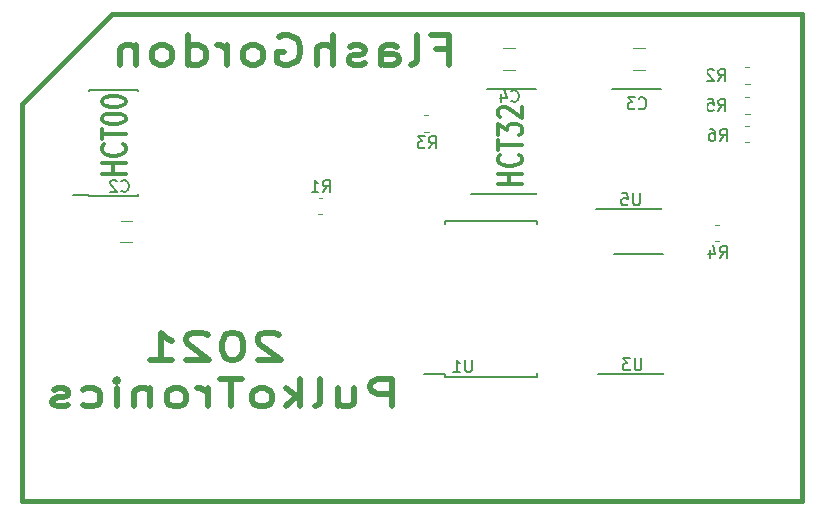
<source format=gbo>
G04 #@! TF.GenerationSoftware,KiCad,Pcbnew,5.0.2+dfsg1-1*
G04 #@! TF.CreationDate,2021-01-23T15:11:15+01:00*
G04 #@! TF.ProjectId,ramcard,72616d63-6172-4642-9e6b-696361645f70,2021*
G04 #@! TF.SameCoordinates,Original*
G04 #@! TF.FileFunction,Legend,Bot*
G04 #@! TF.FilePolarity,Positive*
%FSLAX46Y46*%
G04 Gerber Fmt 4.6, Leading zero omitted, Abs format (unit mm)*
G04 Created by KiCad (PCBNEW 5.0.2+dfsg1-1) date sam. 23 janv. 2021 15:11:15 CET*
%MOMM*%
%LPD*%
G01*
G04 APERTURE LIST*
%ADD10C,0.381000*%
%ADD11C,0.304800*%
%ADD12C,0.508000*%
%ADD13C,0.499745*%
%ADD14C,0.120000*%
%ADD15C,0.150000*%
%ADD16R,2.108000X2.108000*%
%ADD17O,2.108000X2.108000*%
%ADD18C,1.483000*%
%ADD19C,2.108000*%
%ADD20R,2.458000X1.108000*%
%ADD21R,2.008000X1.108000*%
%ADD22R,2.235200X2.235200*%
%ADD23O,2.235200X2.235200*%
%ADD24C,1.933000*%
%ADD25R,2.308000X2.308000*%
%ADD26C,2.308000*%
%ADD27O,2.308000X2.308000*%
G04 APERTURE END LIST*
D10*
X45593000Y-33782000D02*
X53213000Y-26162000D01*
X53213000Y-26162000D02*
X111633000Y-26162000D01*
D11*
X54386238Y-39678428D02*
X52354238Y-39678428D01*
X53321857Y-39678428D02*
X53321857Y-38807571D01*
X54386238Y-38807571D02*
X52354238Y-38807571D01*
X54192714Y-37211000D02*
X54289476Y-37283571D01*
X54386238Y-37501285D01*
X54386238Y-37646428D01*
X54289476Y-37864142D01*
X54095952Y-38009285D01*
X53902428Y-38081857D01*
X53515380Y-38154428D01*
X53225095Y-38154428D01*
X52838047Y-38081857D01*
X52644523Y-38009285D01*
X52451000Y-37864142D01*
X52354238Y-37646428D01*
X52354238Y-37501285D01*
X52451000Y-37283571D01*
X52547761Y-37211000D01*
X52354238Y-36775571D02*
X52354238Y-35904714D01*
X54386238Y-36340142D02*
X52354238Y-36340142D01*
X52354238Y-35106428D02*
X52354238Y-34961285D01*
X52451000Y-34816142D01*
X52547761Y-34743571D01*
X52741285Y-34671000D01*
X53128333Y-34598428D01*
X53612142Y-34598428D01*
X53999190Y-34671000D01*
X54192714Y-34743571D01*
X54289476Y-34816142D01*
X54386238Y-34961285D01*
X54386238Y-35106428D01*
X54289476Y-35251571D01*
X54192714Y-35324142D01*
X53999190Y-35396714D01*
X53612142Y-35469285D01*
X53128333Y-35469285D01*
X52741285Y-35396714D01*
X52547761Y-35324142D01*
X52451000Y-35251571D01*
X52354238Y-35106428D01*
X52354238Y-33655000D02*
X52354238Y-33509857D01*
X52451000Y-33364714D01*
X52547761Y-33292142D01*
X52741285Y-33219571D01*
X53128333Y-33147000D01*
X53612142Y-33147000D01*
X53999190Y-33219571D01*
X54192714Y-33292142D01*
X54289476Y-33364714D01*
X54386238Y-33509857D01*
X54386238Y-33655000D01*
X54289476Y-33800142D01*
X54192714Y-33872714D01*
X53999190Y-33945285D01*
X53612142Y-34017857D01*
X53128333Y-34017857D01*
X52741285Y-33945285D01*
X52547761Y-33872714D01*
X52451000Y-33800142D01*
X52354238Y-33655000D01*
X87914238Y-40567428D02*
X85882238Y-40567428D01*
X86849857Y-40567428D02*
X86849857Y-39696571D01*
X87914238Y-39696571D02*
X85882238Y-39696571D01*
X87720714Y-38100000D02*
X87817476Y-38172571D01*
X87914238Y-38390285D01*
X87914238Y-38535428D01*
X87817476Y-38753142D01*
X87623952Y-38898285D01*
X87430428Y-38970857D01*
X87043380Y-39043428D01*
X86753095Y-39043428D01*
X86366047Y-38970857D01*
X86172523Y-38898285D01*
X85979000Y-38753142D01*
X85882238Y-38535428D01*
X85882238Y-38390285D01*
X85979000Y-38172571D01*
X86075761Y-38100000D01*
X85882238Y-37664571D02*
X85882238Y-36793714D01*
X87914238Y-37229142D02*
X85882238Y-37229142D01*
X85882238Y-36430857D02*
X85882238Y-35487428D01*
X86656333Y-35995428D01*
X86656333Y-35777714D01*
X86753095Y-35632571D01*
X86849857Y-35560000D01*
X87043380Y-35487428D01*
X87527190Y-35487428D01*
X87720714Y-35560000D01*
X87817476Y-35632571D01*
X87914238Y-35777714D01*
X87914238Y-36213142D01*
X87817476Y-36358285D01*
X87720714Y-36430857D01*
X86075761Y-34906857D02*
X85979000Y-34834285D01*
X85882238Y-34689142D01*
X85882238Y-34326285D01*
X85979000Y-34181142D01*
X86075761Y-34108571D01*
X86269285Y-34036000D01*
X86462809Y-34036000D01*
X86753095Y-34108571D01*
X87914238Y-34979428D01*
X87914238Y-34036000D01*
D10*
X45593000Y-33782000D02*
X45593000Y-67437000D01*
X45593000Y-67437000D02*
X111633000Y-67437000D01*
X111633000Y-67437000D02*
X111633000Y-26162000D01*
D12*
X67366847Y-53385357D02*
X67215657Y-53276500D01*
X66913276Y-53167642D01*
X66157323Y-53167642D01*
X65854942Y-53276500D01*
X65703752Y-53385357D01*
X65552561Y-53603071D01*
X65552561Y-53820785D01*
X65703752Y-54147357D01*
X67518038Y-55453642D01*
X65552561Y-55453642D01*
X63587085Y-53167642D02*
X63284704Y-53167642D01*
X62982323Y-53276500D01*
X62831133Y-53385357D01*
X62679942Y-53603071D01*
X62528752Y-54038500D01*
X62528752Y-54582785D01*
X62679942Y-55018214D01*
X62831133Y-55235928D01*
X62982323Y-55344785D01*
X63284704Y-55453642D01*
X63587085Y-55453642D01*
X63889466Y-55344785D01*
X64040657Y-55235928D01*
X64191847Y-55018214D01*
X64343038Y-54582785D01*
X64343038Y-54038500D01*
X64191847Y-53603071D01*
X64040657Y-53385357D01*
X63889466Y-53276500D01*
X63587085Y-53167642D01*
X61319228Y-53385357D02*
X61168038Y-53276500D01*
X60865657Y-53167642D01*
X60109704Y-53167642D01*
X59807323Y-53276500D01*
X59656133Y-53385357D01*
X59504942Y-53603071D01*
X59504942Y-53820785D01*
X59656133Y-54147357D01*
X61470419Y-55453642D01*
X59504942Y-55453642D01*
X56481133Y-55453642D02*
X58295419Y-55453642D01*
X57388276Y-55453642D02*
X57388276Y-53167642D01*
X57690657Y-53494214D01*
X57993038Y-53711928D01*
X58295419Y-53820785D01*
X76891847Y-59390642D02*
X76891847Y-57104642D01*
X75682323Y-57104642D01*
X75379942Y-57213500D01*
X75228752Y-57322357D01*
X75077561Y-57540071D01*
X75077561Y-57866642D01*
X75228752Y-58084357D01*
X75379942Y-58193214D01*
X75682323Y-58302071D01*
X76891847Y-58302071D01*
X72356133Y-57866642D02*
X72356133Y-59390642D01*
X73716847Y-57866642D02*
X73716847Y-59064071D01*
X73565657Y-59281785D01*
X73263276Y-59390642D01*
X72809704Y-59390642D01*
X72507323Y-59281785D01*
X72356133Y-59172928D01*
X70390657Y-59390642D02*
X70693038Y-59281785D01*
X70844228Y-59064071D01*
X70844228Y-57104642D01*
X69181133Y-59390642D02*
X69181133Y-57104642D01*
X68878752Y-58519785D02*
X67971609Y-59390642D01*
X67971609Y-57866642D02*
X69181133Y-58737500D01*
X66157323Y-59390642D02*
X66459704Y-59281785D01*
X66610895Y-59172928D01*
X66762085Y-58955214D01*
X66762085Y-58302071D01*
X66610895Y-58084357D01*
X66459704Y-57975500D01*
X66157323Y-57866642D01*
X65703752Y-57866642D01*
X65401371Y-57975500D01*
X65250180Y-58084357D01*
X65098990Y-58302071D01*
X65098990Y-58955214D01*
X65250180Y-59172928D01*
X65401371Y-59281785D01*
X65703752Y-59390642D01*
X66157323Y-59390642D01*
X64191847Y-57104642D02*
X62377561Y-57104642D01*
X63284704Y-59390642D02*
X63284704Y-57104642D01*
X61319228Y-59390642D02*
X61319228Y-57866642D01*
X61319228Y-58302071D02*
X61168038Y-58084357D01*
X61016847Y-57975500D01*
X60714466Y-57866642D01*
X60412085Y-57866642D01*
X58900180Y-59390642D02*
X59202561Y-59281785D01*
X59353752Y-59172928D01*
X59504942Y-58955214D01*
X59504942Y-58302071D01*
X59353752Y-58084357D01*
X59202561Y-57975500D01*
X58900180Y-57866642D01*
X58446609Y-57866642D01*
X58144228Y-57975500D01*
X57993038Y-58084357D01*
X57841847Y-58302071D01*
X57841847Y-58955214D01*
X57993038Y-59172928D01*
X58144228Y-59281785D01*
X58446609Y-59390642D01*
X58900180Y-59390642D01*
X56481133Y-57866642D02*
X56481133Y-59390642D01*
X56481133Y-58084357D02*
X56329942Y-57975500D01*
X56027561Y-57866642D01*
X55573990Y-57866642D01*
X55271609Y-57975500D01*
X55120419Y-58193214D01*
X55120419Y-59390642D01*
X53608514Y-59390642D02*
X53608514Y-57866642D01*
X53608514Y-57104642D02*
X53759704Y-57213500D01*
X53608514Y-57322357D01*
X53457323Y-57213500D01*
X53608514Y-57104642D01*
X53608514Y-57322357D01*
X50735895Y-59281785D02*
X51038276Y-59390642D01*
X51643038Y-59390642D01*
X51945419Y-59281785D01*
X52096609Y-59172928D01*
X52247800Y-58955214D01*
X52247800Y-58302071D01*
X52096609Y-58084357D01*
X51945419Y-57975500D01*
X51643038Y-57866642D01*
X51038276Y-57866642D01*
X50735895Y-57975500D01*
X49526371Y-59281785D02*
X49223990Y-59390642D01*
X48619228Y-59390642D01*
X48316847Y-59281785D01*
X48165657Y-59064071D01*
X48165657Y-58955214D01*
X48316847Y-58737500D01*
X48619228Y-58628642D01*
X49072800Y-58628642D01*
X49375180Y-58519785D01*
X49526371Y-58302071D01*
X49526371Y-58193214D01*
X49375180Y-57975500D01*
X49072800Y-57866642D01*
X48619228Y-57866642D01*
X48316847Y-57975500D01*
D13*
X80669190Y-29158474D02*
X81727523Y-29158474D01*
X81727523Y-30467662D02*
X81727523Y-27968302D01*
X80215619Y-27968302D01*
X78552523Y-30467662D02*
X78854904Y-30348645D01*
X79006095Y-30110611D01*
X79006095Y-27968302D01*
X75982285Y-30467662D02*
X75982285Y-29158474D01*
X76133476Y-28920440D01*
X76435857Y-28801422D01*
X77040619Y-28801422D01*
X77343000Y-28920440D01*
X75982285Y-30348645D02*
X76284666Y-30467662D01*
X77040619Y-30467662D01*
X77343000Y-30348645D01*
X77494190Y-30110611D01*
X77494190Y-29872577D01*
X77343000Y-29634542D01*
X77040619Y-29515525D01*
X76284666Y-29515525D01*
X75982285Y-29396508D01*
X74621571Y-30348645D02*
X74319190Y-30467662D01*
X73714428Y-30467662D01*
X73412047Y-30348645D01*
X73260857Y-30110611D01*
X73260857Y-29991594D01*
X73412047Y-29753560D01*
X73714428Y-29634542D01*
X74168000Y-29634542D01*
X74470380Y-29515525D01*
X74621571Y-29277491D01*
X74621571Y-29158474D01*
X74470380Y-28920440D01*
X74168000Y-28801422D01*
X73714428Y-28801422D01*
X73412047Y-28920440D01*
X71900142Y-30467662D02*
X71900142Y-27968302D01*
X70539428Y-30467662D02*
X70539428Y-29158474D01*
X70690619Y-28920440D01*
X70993000Y-28801422D01*
X71446571Y-28801422D01*
X71748952Y-28920440D01*
X71900142Y-29039457D01*
X67364428Y-28087320D02*
X67666809Y-27968302D01*
X68120380Y-27968302D01*
X68573952Y-28087320D01*
X68876333Y-28325354D01*
X69027523Y-28563388D01*
X69178714Y-29039457D01*
X69178714Y-29396508D01*
X69027523Y-29872577D01*
X68876333Y-30110611D01*
X68573952Y-30348645D01*
X68120380Y-30467662D01*
X67818000Y-30467662D01*
X67364428Y-30348645D01*
X67213238Y-30229628D01*
X67213238Y-29396508D01*
X67818000Y-29396508D01*
X65398952Y-30467662D02*
X65701333Y-30348645D01*
X65852523Y-30229628D01*
X66003714Y-29991594D01*
X66003714Y-29277491D01*
X65852523Y-29039457D01*
X65701333Y-28920440D01*
X65398952Y-28801422D01*
X64945380Y-28801422D01*
X64643000Y-28920440D01*
X64491809Y-29039457D01*
X64340619Y-29277491D01*
X64340619Y-29991594D01*
X64491809Y-30229628D01*
X64643000Y-30348645D01*
X64945380Y-30467662D01*
X65398952Y-30467662D01*
X62979904Y-30467662D02*
X62979904Y-28801422D01*
X62979904Y-29277491D02*
X62828714Y-29039457D01*
X62677523Y-28920440D01*
X62375142Y-28801422D01*
X62072761Y-28801422D01*
X59653714Y-30467662D02*
X59653714Y-27968302D01*
X59653714Y-30348645D02*
X59956095Y-30467662D01*
X60560857Y-30467662D01*
X60863238Y-30348645D01*
X61014428Y-30229628D01*
X61165619Y-29991594D01*
X61165619Y-29277491D01*
X61014428Y-29039457D01*
X60863238Y-28920440D01*
X60560857Y-28801422D01*
X59956095Y-28801422D01*
X59653714Y-28920440D01*
X57688238Y-30467662D02*
X57990619Y-30348645D01*
X58141809Y-30229628D01*
X58293000Y-29991594D01*
X58293000Y-29277491D01*
X58141809Y-29039457D01*
X57990619Y-28920440D01*
X57688238Y-28801422D01*
X57234666Y-28801422D01*
X56932285Y-28920440D01*
X56781095Y-29039457D01*
X56629904Y-29277491D01*
X56629904Y-29991594D01*
X56781095Y-30229628D01*
X56932285Y-30348645D01*
X57234666Y-30467662D01*
X57688238Y-30467662D01*
X55269190Y-28801422D02*
X55269190Y-30467662D01*
X55269190Y-29039457D02*
X55118000Y-28920440D01*
X54815619Y-28801422D01*
X54362047Y-28801422D01*
X54059666Y-28920440D01*
X53908476Y-29158474D01*
X53908476Y-30467662D01*
D14*
G04 #@! TO.C,R5*
X107319578Y-33199000D02*
X106802422Y-33199000D01*
X107319578Y-34619000D02*
X106802422Y-34619000D01*
G04 #@! TO.C,R6*
X107319578Y-35612000D02*
X106802422Y-35612000D01*
X107319578Y-37032000D02*
X106802422Y-37032000D01*
G04 #@! TO.C,R2*
X107319578Y-32079000D02*
X106802422Y-32079000D01*
X107319578Y-30659000D02*
X106802422Y-30659000D01*
G04 #@! TO.C,R1*
X71173078Y-43128000D02*
X70655922Y-43128000D01*
X71173078Y-41708000D02*
X70655922Y-41708000D01*
G04 #@! TO.C,R4*
X104262422Y-43994000D02*
X104779578Y-43994000D01*
X104262422Y-45414000D02*
X104779578Y-45414000D01*
G04 #@! TO.C,R3*
X79624422Y-36143000D02*
X80141578Y-36143000D01*
X79624422Y-34723000D02*
X80141578Y-34723000D01*
D15*
G04 #@! TO.C,U1*
X81418000Y-56867000D02*
X81418000Y-56617000D01*
X89168000Y-56867000D02*
X89168000Y-56532000D01*
X89168000Y-43717000D02*
X89168000Y-44052000D01*
X81418000Y-43717000D02*
X81418000Y-44052000D01*
X81418000Y-56867000D02*
X89168000Y-56867000D01*
X81418000Y-43717000D02*
X89168000Y-43717000D01*
X81418000Y-56617000D02*
X79618000Y-56617000D01*
G04 #@! TO.C,U2*
X84953000Y-41407000D02*
X84953000Y-41382000D01*
X89103000Y-41407000D02*
X89103000Y-41292000D01*
X89103000Y-32507000D02*
X89103000Y-32622000D01*
X84953000Y-32507000D02*
X84953000Y-32622000D01*
X84953000Y-41407000D02*
X89103000Y-41407000D01*
X84953000Y-32507000D02*
X89103000Y-32507000D01*
X84953000Y-41382000D02*
X83578000Y-41382000D01*
G04 #@! TO.C,U4*
X51298000Y-41509000D02*
X49923000Y-41509000D01*
X51298000Y-32634000D02*
X55448000Y-32634000D01*
X51298000Y-41534000D02*
X55448000Y-41534000D01*
X51298000Y-32634000D02*
X51298000Y-32749000D01*
X55448000Y-32634000D02*
X55448000Y-32749000D01*
X55448000Y-41534000D02*
X55448000Y-41419000D01*
X51298000Y-41534000D02*
X51298000Y-41509000D01*
G04 #@! TO.C,U5*
X95588000Y-42642000D02*
X94213000Y-42642000D01*
X95588000Y-32517000D02*
X99738000Y-32517000D01*
X95588000Y-42667000D02*
X99738000Y-42667000D01*
X95588000Y-32517000D02*
X95588000Y-32622000D01*
X99738000Y-32517000D02*
X99738000Y-32622000D01*
X99738000Y-42667000D02*
X99738000Y-42562000D01*
X95588000Y-42667000D02*
X95588000Y-42642000D01*
D14*
G04 #@! TO.C,C2*
X55085064Y-43667000D02*
X53880936Y-43667000D01*
X55085064Y-45487000D02*
X53880936Y-45487000D01*
G04 #@! TO.C,C4*
X87470064Y-29062000D02*
X86265936Y-29062000D01*
X87470064Y-30882000D02*
X86265936Y-30882000D01*
G04 #@! TO.C,C3*
X98482564Y-30882000D02*
X97278436Y-30882000D01*
X98482564Y-29062000D02*
X97278436Y-29062000D01*
D15*
G04 #@! TO.C,U3*
X95748000Y-56637000D02*
X95748000Y-56612000D01*
X99898000Y-56637000D02*
X99898000Y-56532000D01*
X99898000Y-46487000D02*
X99898000Y-46592000D01*
X95748000Y-46487000D02*
X95748000Y-46592000D01*
X95748000Y-56637000D02*
X99898000Y-56637000D01*
X95748000Y-46487000D02*
X99898000Y-46487000D01*
X95748000Y-56612000D02*
X94373000Y-56612000D01*
G04 #@! TD*
G04 #@! TO.C,R5*
X104560666Y-34361380D02*
X104894000Y-33885190D01*
X105132095Y-34361380D02*
X105132095Y-33361380D01*
X104751142Y-33361380D01*
X104655904Y-33409000D01*
X104608285Y-33456619D01*
X104560666Y-33551857D01*
X104560666Y-33694714D01*
X104608285Y-33789952D01*
X104655904Y-33837571D01*
X104751142Y-33885190D01*
X105132095Y-33885190D01*
X103655904Y-33361380D02*
X104132095Y-33361380D01*
X104179714Y-33837571D01*
X104132095Y-33789952D01*
X104036857Y-33742333D01*
X103798761Y-33742333D01*
X103703523Y-33789952D01*
X103655904Y-33837571D01*
X103608285Y-33932809D01*
X103608285Y-34170904D01*
X103655904Y-34266142D01*
X103703523Y-34313761D01*
X103798761Y-34361380D01*
X104036857Y-34361380D01*
X104132095Y-34313761D01*
X104179714Y-34266142D01*
G04 #@! TO.C,R6*
X104687666Y-36901380D02*
X105021000Y-36425190D01*
X105259095Y-36901380D02*
X105259095Y-35901380D01*
X104878142Y-35901380D01*
X104782904Y-35949000D01*
X104735285Y-35996619D01*
X104687666Y-36091857D01*
X104687666Y-36234714D01*
X104735285Y-36329952D01*
X104782904Y-36377571D01*
X104878142Y-36425190D01*
X105259095Y-36425190D01*
X103830523Y-35901380D02*
X104021000Y-35901380D01*
X104116238Y-35949000D01*
X104163857Y-35996619D01*
X104259095Y-36139476D01*
X104306714Y-36329952D01*
X104306714Y-36710904D01*
X104259095Y-36806142D01*
X104211476Y-36853761D01*
X104116238Y-36901380D01*
X103925761Y-36901380D01*
X103830523Y-36853761D01*
X103782904Y-36806142D01*
X103735285Y-36710904D01*
X103735285Y-36472809D01*
X103782904Y-36377571D01*
X103830523Y-36329952D01*
X103925761Y-36282333D01*
X104116238Y-36282333D01*
X104211476Y-36329952D01*
X104259095Y-36377571D01*
X104306714Y-36472809D01*
G04 #@! TO.C,R2*
X104560666Y-31821380D02*
X104894000Y-31345190D01*
X105132095Y-31821380D02*
X105132095Y-30821380D01*
X104751142Y-30821380D01*
X104655904Y-30869000D01*
X104608285Y-30916619D01*
X104560666Y-31011857D01*
X104560666Y-31154714D01*
X104608285Y-31249952D01*
X104655904Y-31297571D01*
X104751142Y-31345190D01*
X105132095Y-31345190D01*
X104179714Y-30916619D02*
X104132095Y-30869000D01*
X104036857Y-30821380D01*
X103798761Y-30821380D01*
X103703523Y-30869000D01*
X103655904Y-30916619D01*
X103608285Y-31011857D01*
X103608285Y-31107095D01*
X103655904Y-31249952D01*
X104227333Y-31821380D01*
X103608285Y-31821380D01*
G04 #@! TO.C,R1*
X71081166Y-41220380D02*
X71414500Y-40744190D01*
X71652595Y-41220380D02*
X71652595Y-40220380D01*
X71271642Y-40220380D01*
X71176404Y-40268000D01*
X71128785Y-40315619D01*
X71081166Y-40410857D01*
X71081166Y-40553714D01*
X71128785Y-40648952D01*
X71176404Y-40696571D01*
X71271642Y-40744190D01*
X71652595Y-40744190D01*
X70128785Y-41220380D02*
X70700214Y-41220380D01*
X70414500Y-41220380D02*
X70414500Y-40220380D01*
X70509738Y-40363238D01*
X70604976Y-40458476D01*
X70700214Y-40506095D01*
G04 #@! TO.C,R4*
X104687666Y-46806380D02*
X105021000Y-46330190D01*
X105259095Y-46806380D02*
X105259095Y-45806380D01*
X104878142Y-45806380D01*
X104782904Y-45854000D01*
X104735285Y-45901619D01*
X104687666Y-45996857D01*
X104687666Y-46139714D01*
X104735285Y-46234952D01*
X104782904Y-46282571D01*
X104878142Y-46330190D01*
X105259095Y-46330190D01*
X103830523Y-46139714D02*
X103830523Y-46806380D01*
X104068619Y-45758761D02*
X104306714Y-46473047D01*
X103687666Y-46473047D01*
G04 #@! TO.C,R3*
X80049666Y-37535380D02*
X80383000Y-37059190D01*
X80621095Y-37535380D02*
X80621095Y-36535380D01*
X80240142Y-36535380D01*
X80144904Y-36583000D01*
X80097285Y-36630619D01*
X80049666Y-36725857D01*
X80049666Y-36868714D01*
X80097285Y-36963952D01*
X80144904Y-37011571D01*
X80240142Y-37059190D01*
X80621095Y-37059190D01*
X79716333Y-36535380D02*
X79097285Y-36535380D01*
X79430619Y-36916333D01*
X79287761Y-36916333D01*
X79192523Y-36963952D01*
X79144904Y-37011571D01*
X79097285Y-37106809D01*
X79097285Y-37344904D01*
X79144904Y-37440142D01*
X79192523Y-37487761D01*
X79287761Y-37535380D01*
X79573476Y-37535380D01*
X79668714Y-37487761D01*
X79716333Y-37440142D01*
G04 #@! TO.C,U1*
X83692904Y-55459380D02*
X83692904Y-56268904D01*
X83645285Y-56364142D01*
X83597666Y-56411761D01*
X83502428Y-56459380D01*
X83311952Y-56459380D01*
X83216714Y-56411761D01*
X83169095Y-56364142D01*
X83121476Y-56268904D01*
X83121476Y-55459380D01*
X82121476Y-56459380D02*
X82692904Y-56459380D01*
X82407190Y-56459380D02*
X82407190Y-55459380D01*
X82502428Y-55602238D01*
X82597666Y-55697476D01*
X82692904Y-55745095D01*
G04 #@! TO.C,U5*
X97916904Y-41362380D02*
X97916904Y-42171904D01*
X97869285Y-42267142D01*
X97821666Y-42314761D01*
X97726428Y-42362380D01*
X97535952Y-42362380D01*
X97440714Y-42314761D01*
X97393095Y-42267142D01*
X97345476Y-42171904D01*
X97345476Y-41362380D01*
X96393095Y-41362380D02*
X96869285Y-41362380D01*
X96916904Y-41838571D01*
X96869285Y-41790952D01*
X96774047Y-41743333D01*
X96535952Y-41743333D01*
X96440714Y-41790952D01*
X96393095Y-41838571D01*
X96345476Y-41933809D01*
X96345476Y-42171904D01*
X96393095Y-42267142D01*
X96440714Y-42314761D01*
X96535952Y-42362380D01*
X96774047Y-42362380D01*
X96869285Y-42314761D01*
X96916904Y-42267142D01*
G04 #@! TO.C,C2*
X54014666Y-41124142D02*
X54062285Y-41171761D01*
X54205142Y-41219380D01*
X54300380Y-41219380D01*
X54443238Y-41171761D01*
X54538476Y-41076523D01*
X54586095Y-40981285D01*
X54633714Y-40790809D01*
X54633714Y-40647952D01*
X54586095Y-40457476D01*
X54538476Y-40362238D01*
X54443238Y-40267000D01*
X54300380Y-40219380D01*
X54205142Y-40219380D01*
X54062285Y-40267000D01*
X54014666Y-40314619D01*
X53633714Y-40314619D02*
X53586095Y-40267000D01*
X53490857Y-40219380D01*
X53252761Y-40219380D01*
X53157523Y-40267000D01*
X53109904Y-40314619D01*
X53062285Y-40409857D01*
X53062285Y-40505095D01*
X53109904Y-40647952D01*
X53681333Y-41219380D01*
X53062285Y-41219380D01*
G04 #@! TO.C,C4*
X87034666Y-33504142D02*
X87082285Y-33551761D01*
X87225142Y-33599380D01*
X87320380Y-33599380D01*
X87463238Y-33551761D01*
X87558476Y-33456523D01*
X87606095Y-33361285D01*
X87653714Y-33170809D01*
X87653714Y-33027952D01*
X87606095Y-32837476D01*
X87558476Y-32742238D01*
X87463238Y-32647000D01*
X87320380Y-32599380D01*
X87225142Y-32599380D01*
X87082285Y-32647000D01*
X87034666Y-32694619D01*
X86177523Y-32932714D02*
X86177523Y-33599380D01*
X86415619Y-32551761D02*
X86653714Y-33266047D01*
X86034666Y-33266047D01*
G04 #@! TO.C,C3*
X97829666Y-34139142D02*
X97877285Y-34186761D01*
X98020142Y-34234380D01*
X98115380Y-34234380D01*
X98258238Y-34186761D01*
X98353476Y-34091523D01*
X98401095Y-33996285D01*
X98448714Y-33805809D01*
X98448714Y-33662952D01*
X98401095Y-33472476D01*
X98353476Y-33377238D01*
X98258238Y-33282000D01*
X98115380Y-33234380D01*
X98020142Y-33234380D01*
X97877285Y-33282000D01*
X97829666Y-33329619D01*
X97496333Y-33234380D02*
X96877285Y-33234380D01*
X97210619Y-33615333D01*
X97067761Y-33615333D01*
X96972523Y-33662952D01*
X96924904Y-33710571D01*
X96877285Y-33805809D01*
X96877285Y-34043904D01*
X96924904Y-34139142D01*
X96972523Y-34186761D01*
X97067761Y-34234380D01*
X97353476Y-34234380D01*
X97448714Y-34186761D01*
X97496333Y-34139142D01*
G04 #@! TO.C,U3*
X98043904Y-55332380D02*
X98043904Y-56141904D01*
X97996285Y-56237142D01*
X97948666Y-56284761D01*
X97853428Y-56332380D01*
X97662952Y-56332380D01*
X97567714Y-56284761D01*
X97520095Y-56237142D01*
X97472476Y-56141904D01*
X97472476Y-55332380D01*
X97091523Y-55332380D02*
X96472476Y-55332380D01*
X96805809Y-55713333D01*
X96662952Y-55713333D01*
X96567714Y-55760952D01*
X96520095Y-55808571D01*
X96472476Y-55903809D01*
X96472476Y-56141904D01*
X96520095Y-56237142D01*
X96567714Y-56284761D01*
X96662952Y-56332380D01*
X96948666Y-56332380D01*
X97043904Y-56284761D01*
X97091523Y-56237142D01*
G04 #@! TD*
%LPC*%
D16*
G04 #@! TO.C,SW2*
X102616000Y-28829000D03*
D17*
X110236000Y-36449000D03*
X102616000Y-31369000D03*
X110236000Y-33909000D03*
X102616000Y-33909000D03*
X110236000Y-31369000D03*
X102616000Y-36449000D03*
X110236000Y-28829000D03*
G04 #@! TD*
D15*
G04 #@! TO.C,R5*
G36*
X108405590Y-32956785D02*
X108441580Y-32962124D01*
X108476873Y-32970964D01*
X108511130Y-32983222D01*
X108544020Y-32998778D01*
X108575228Y-33017483D01*
X108604451Y-33039156D01*
X108631410Y-33063590D01*
X108655844Y-33090549D01*
X108677517Y-33119772D01*
X108696222Y-33150980D01*
X108711778Y-33183870D01*
X108724036Y-33218127D01*
X108732876Y-33253420D01*
X108738215Y-33289410D01*
X108740000Y-33325750D01*
X108740000Y-34492250D01*
X108738215Y-34528590D01*
X108732876Y-34564580D01*
X108724036Y-34599873D01*
X108711778Y-34634130D01*
X108696222Y-34667020D01*
X108677517Y-34698228D01*
X108655844Y-34727451D01*
X108631410Y-34754410D01*
X108604451Y-34778844D01*
X108575228Y-34800517D01*
X108544020Y-34819222D01*
X108511130Y-34834778D01*
X108476873Y-34847036D01*
X108441580Y-34855876D01*
X108405590Y-34861215D01*
X108369250Y-34863000D01*
X107627750Y-34863000D01*
X107591410Y-34861215D01*
X107555420Y-34855876D01*
X107520127Y-34847036D01*
X107485870Y-34834778D01*
X107452980Y-34819222D01*
X107421772Y-34800517D01*
X107392549Y-34778844D01*
X107365590Y-34754410D01*
X107341156Y-34727451D01*
X107319483Y-34698228D01*
X107300778Y-34667020D01*
X107285222Y-34634130D01*
X107272964Y-34599873D01*
X107264124Y-34564580D01*
X107258785Y-34528590D01*
X107257000Y-34492250D01*
X107257000Y-33325750D01*
X107258785Y-33289410D01*
X107264124Y-33253420D01*
X107272964Y-33218127D01*
X107285222Y-33183870D01*
X107300778Y-33150980D01*
X107319483Y-33119772D01*
X107341156Y-33090549D01*
X107365590Y-33063590D01*
X107392549Y-33039156D01*
X107421772Y-33017483D01*
X107452980Y-32998778D01*
X107485870Y-32983222D01*
X107520127Y-32970964D01*
X107555420Y-32962124D01*
X107591410Y-32956785D01*
X107627750Y-32955000D01*
X108369250Y-32955000D01*
X108405590Y-32956785D01*
X108405590Y-32956785D01*
G37*
D18*
X107998500Y-33909000D03*
D15*
G36*
X106530590Y-32956785D02*
X106566580Y-32962124D01*
X106601873Y-32970964D01*
X106636130Y-32983222D01*
X106669020Y-32998778D01*
X106700228Y-33017483D01*
X106729451Y-33039156D01*
X106756410Y-33063590D01*
X106780844Y-33090549D01*
X106802517Y-33119772D01*
X106821222Y-33150980D01*
X106836778Y-33183870D01*
X106849036Y-33218127D01*
X106857876Y-33253420D01*
X106863215Y-33289410D01*
X106865000Y-33325750D01*
X106865000Y-34492250D01*
X106863215Y-34528590D01*
X106857876Y-34564580D01*
X106849036Y-34599873D01*
X106836778Y-34634130D01*
X106821222Y-34667020D01*
X106802517Y-34698228D01*
X106780844Y-34727451D01*
X106756410Y-34754410D01*
X106729451Y-34778844D01*
X106700228Y-34800517D01*
X106669020Y-34819222D01*
X106636130Y-34834778D01*
X106601873Y-34847036D01*
X106566580Y-34855876D01*
X106530590Y-34861215D01*
X106494250Y-34863000D01*
X105752750Y-34863000D01*
X105716410Y-34861215D01*
X105680420Y-34855876D01*
X105645127Y-34847036D01*
X105610870Y-34834778D01*
X105577980Y-34819222D01*
X105546772Y-34800517D01*
X105517549Y-34778844D01*
X105490590Y-34754410D01*
X105466156Y-34727451D01*
X105444483Y-34698228D01*
X105425778Y-34667020D01*
X105410222Y-34634130D01*
X105397964Y-34599873D01*
X105389124Y-34564580D01*
X105383785Y-34528590D01*
X105382000Y-34492250D01*
X105382000Y-33325750D01*
X105383785Y-33289410D01*
X105389124Y-33253420D01*
X105397964Y-33218127D01*
X105410222Y-33183870D01*
X105425778Y-33150980D01*
X105444483Y-33119772D01*
X105466156Y-33090549D01*
X105490590Y-33063590D01*
X105517549Y-33039156D01*
X105546772Y-33017483D01*
X105577980Y-32998778D01*
X105610870Y-32983222D01*
X105645127Y-32970964D01*
X105680420Y-32962124D01*
X105716410Y-32956785D01*
X105752750Y-32955000D01*
X106494250Y-32955000D01*
X106530590Y-32956785D01*
X106530590Y-32956785D01*
G37*
D18*
X106123500Y-33909000D03*
G04 #@! TD*
D15*
G04 #@! TO.C,R6*
G36*
X108405590Y-35369785D02*
X108441580Y-35375124D01*
X108476873Y-35383964D01*
X108511130Y-35396222D01*
X108544020Y-35411778D01*
X108575228Y-35430483D01*
X108604451Y-35452156D01*
X108631410Y-35476590D01*
X108655844Y-35503549D01*
X108677517Y-35532772D01*
X108696222Y-35563980D01*
X108711778Y-35596870D01*
X108724036Y-35631127D01*
X108732876Y-35666420D01*
X108738215Y-35702410D01*
X108740000Y-35738750D01*
X108740000Y-36905250D01*
X108738215Y-36941590D01*
X108732876Y-36977580D01*
X108724036Y-37012873D01*
X108711778Y-37047130D01*
X108696222Y-37080020D01*
X108677517Y-37111228D01*
X108655844Y-37140451D01*
X108631410Y-37167410D01*
X108604451Y-37191844D01*
X108575228Y-37213517D01*
X108544020Y-37232222D01*
X108511130Y-37247778D01*
X108476873Y-37260036D01*
X108441580Y-37268876D01*
X108405590Y-37274215D01*
X108369250Y-37276000D01*
X107627750Y-37276000D01*
X107591410Y-37274215D01*
X107555420Y-37268876D01*
X107520127Y-37260036D01*
X107485870Y-37247778D01*
X107452980Y-37232222D01*
X107421772Y-37213517D01*
X107392549Y-37191844D01*
X107365590Y-37167410D01*
X107341156Y-37140451D01*
X107319483Y-37111228D01*
X107300778Y-37080020D01*
X107285222Y-37047130D01*
X107272964Y-37012873D01*
X107264124Y-36977580D01*
X107258785Y-36941590D01*
X107257000Y-36905250D01*
X107257000Y-35738750D01*
X107258785Y-35702410D01*
X107264124Y-35666420D01*
X107272964Y-35631127D01*
X107285222Y-35596870D01*
X107300778Y-35563980D01*
X107319483Y-35532772D01*
X107341156Y-35503549D01*
X107365590Y-35476590D01*
X107392549Y-35452156D01*
X107421772Y-35430483D01*
X107452980Y-35411778D01*
X107485870Y-35396222D01*
X107520127Y-35383964D01*
X107555420Y-35375124D01*
X107591410Y-35369785D01*
X107627750Y-35368000D01*
X108369250Y-35368000D01*
X108405590Y-35369785D01*
X108405590Y-35369785D01*
G37*
D18*
X107998500Y-36322000D03*
D15*
G36*
X106530590Y-35369785D02*
X106566580Y-35375124D01*
X106601873Y-35383964D01*
X106636130Y-35396222D01*
X106669020Y-35411778D01*
X106700228Y-35430483D01*
X106729451Y-35452156D01*
X106756410Y-35476590D01*
X106780844Y-35503549D01*
X106802517Y-35532772D01*
X106821222Y-35563980D01*
X106836778Y-35596870D01*
X106849036Y-35631127D01*
X106857876Y-35666420D01*
X106863215Y-35702410D01*
X106865000Y-35738750D01*
X106865000Y-36905250D01*
X106863215Y-36941590D01*
X106857876Y-36977580D01*
X106849036Y-37012873D01*
X106836778Y-37047130D01*
X106821222Y-37080020D01*
X106802517Y-37111228D01*
X106780844Y-37140451D01*
X106756410Y-37167410D01*
X106729451Y-37191844D01*
X106700228Y-37213517D01*
X106669020Y-37232222D01*
X106636130Y-37247778D01*
X106601873Y-37260036D01*
X106566580Y-37268876D01*
X106530590Y-37274215D01*
X106494250Y-37276000D01*
X105752750Y-37276000D01*
X105716410Y-37274215D01*
X105680420Y-37268876D01*
X105645127Y-37260036D01*
X105610870Y-37247778D01*
X105577980Y-37232222D01*
X105546772Y-37213517D01*
X105517549Y-37191844D01*
X105490590Y-37167410D01*
X105466156Y-37140451D01*
X105444483Y-37111228D01*
X105425778Y-37080020D01*
X105410222Y-37047130D01*
X105397964Y-37012873D01*
X105389124Y-36977580D01*
X105383785Y-36941590D01*
X105382000Y-36905250D01*
X105382000Y-35738750D01*
X105383785Y-35702410D01*
X105389124Y-35666420D01*
X105397964Y-35631127D01*
X105410222Y-35596870D01*
X105425778Y-35563980D01*
X105444483Y-35532772D01*
X105466156Y-35503549D01*
X105490590Y-35476590D01*
X105517549Y-35452156D01*
X105546772Y-35430483D01*
X105577980Y-35411778D01*
X105610870Y-35396222D01*
X105645127Y-35383964D01*
X105680420Y-35375124D01*
X105716410Y-35369785D01*
X105752750Y-35368000D01*
X106494250Y-35368000D01*
X106530590Y-35369785D01*
X106530590Y-35369785D01*
G37*
D18*
X106123500Y-36322000D03*
G04 #@! TD*
D15*
G04 #@! TO.C,R2*
G36*
X106530590Y-30416785D02*
X106566580Y-30422124D01*
X106601873Y-30430964D01*
X106636130Y-30443222D01*
X106669020Y-30458778D01*
X106700228Y-30477483D01*
X106729451Y-30499156D01*
X106756410Y-30523590D01*
X106780844Y-30550549D01*
X106802517Y-30579772D01*
X106821222Y-30610980D01*
X106836778Y-30643870D01*
X106849036Y-30678127D01*
X106857876Y-30713420D01*
X106863215Y-30749410D01*
X106865000Y-30785750D01*
X106865000Y-31952250D01*
X106863215Y-31988590D01*
X106857876Y-32024580D01*
X106849036Y-32059873D01*
X106836778Y-32094130D01*
X106821222Y-32127020D01*
X106802517Y-32158228D01*
X106780844Y-32187451D01*
X106756410Y-32214410D01*
X106729451Y-32238844D01*
X106700228Y-32260517D01*
X106669020Y-32279222D01*
X106636130Y-32294778D01*
X106601873Y-32307036D01*
X106566580Y-32315876D01*
X106530590Y-32321215D01*
X106494250Y-32323000D01*
X105752750Y-32323000D01*
X105716410Y-32321215D01*
X105680420Y-32315876D01*
X105645127Y-32307036D01*
X105610870Y-32294778D01*
X105577980Y-32279222D01*
X105546772Y-32260517D01*
X105517549Y-32238844D01*
X105490590Y-32214410D01*
X105466156Y-32187451D01*
X105444483Y-32158228D01*
X105425778Y-32127020D01*
X105410222Y-32094130D01*
X105397964Y-32059873D01*
X105389124Y-32024580D01*
X105383785Y-31988590D01*
X105382000Y-31952250D01*
X105382000Y-30785750D01*
X105383785Y-30749410D01*
X105389124Y-30713420D01*
X105397964Y-30678127D01*
X105410222Y-30643870D01*
X105425778Y-30610980D01*
X105444483Y-30579772D01*
X105466156Y-30550549D01*
X105490590Y-30523590D01*
X105517549Y-30499156D01*
X105546772Y-30477483D01*
X105577980Y-30458778D01*
X105610870Y-30443222D01*
X105645127Y-30430964D01*
X105680420Y-30422124D01*
X105716410Y-30416785D01*
X105752750Y-30415000D01*
X106494250Y-30415000D01*
X106530590Y-30416785D01*
X106530590Y-30416785D01*
G37*
D18*
X106123500Y-31369000D03*
D15*
G36*
X108405590Y-30416785D02*
X108441580Y-30422124D01*
X108476873Y-30430964D01*
X108511130Y-30443222D01*
X108544020Y-30458778D01*
X108575228Y-30477483D01*
X108604451Y-30499156D01*
X108631410Y-30523590D01*
X108655844Y-30550549D01*
X108677517Y-30579772D01*
X108696222Y-30610980D01*
X108711778Y-30643870D01*
X108724036Y-30678127D01*
X108732876Y-30713420D01*
X108738215Y-30749410D01*
X108740000Y-30785750D01*
X108740000Y-31952250D01*
X108738215Y-31988590D01*
X108732876Y-32024580D01*
X108724036Y-32059873D01*
X108711778Y-32094130D01*
X108696222Y-32127020D01*
X108677517Y-32158228D01*
X108655844Y-32187451D01*
X108631410Y-32214410D01*
X108604451Y-32238844D01*
X108575228Y-32260517D01*
X108544020Y-32279222D01*
X108511130Y-32294778D01*
X108476873Y-32307036D01*
X108441580Y-32315876D01*
X108405590Y-32321215D01*
X108369250Y-32323000D01*
X107627750Y-32323000D01*
X107591410Y-32321215D01*
X107555420Y-32315876D01*
X107520127Y-32307036D01*
X107485870Y-32294778D01*
X107452980Y-32279222D01*
X107421772Y-32260517D01*
X107392549Y-32238844D01*
X107365590Y-32214410D01*
X107341156Y-32187451D01*
X107319483Y-32158228D01*
X107300778Y-32127020D01*
X107285222Y-32094130D01*
X107272964Y-32059873D01*
X107264124Y-32024580D01*
X107258785Y-31988590D01*
X107257000Y-31952250D01*
X107257000Y-30785750D01*
X107258785Y-30749410D01*
X107264124Y-30713420D01*
X107272964Y-30678127D01*
X107285222Y-30643870D01*
X107300778Y-30610980D01*
X107319483Y-30579772D01*
X107341156Y-30550549D01*
X107365590Y-30523590D01*
X107392549Y-30499156D01*
X107421772Y-30477483D01*
X107452980Y-30458778D01*
X107485870Y-30443222D01*
X107520127Y-30430964D01*
X107555420Y-30422124D01*
X107591410Y-30416785D01*
X107627750Y-30415000D01*
X108369250Y-30415000D01*
X108405590Y-30416785D01*
X108405590Y-30416785D01*
G37*
D18*
X107998500Y-31369000D03*
G04 #@! TD*
D15*
G04 #@! TO.C,R1*
G36*
X70384090Y-41465785D02*
X70420080Y-41471124D01*
X70455373Y-41479964D01*
X70489630Y-41492222D01*
X70522520Y-41507778D01*
X70553728Y-41526483D01*
X70582951Y-41548156D01*
X70609910Y-41572590D01*
X70634344Y-41599549D01*
X70656017Y-41628772D01*
X70674722Y-41659980D01*
X70690278Y-41692870D01*
X70702536Y-41727127D01*
X70711376Y-41762420D01*
X70716715Y-41798410D01*
X70718500Y-41834750D01*
X70718500Y-43001250D01*
X70716715Y-43037590D01*
X70711376Y-43073580D01*
X70702536Y-43108873D01*
X70690278Y-43143130D01*
X70674722Y-43176020D01*
X70656017Y-43207228D01*
X70634344Y-43236451D01*
X70609910Y-43263410D01*
X70582951Y-43287844D01*
X70553728Y-43309517D01*
X70522520Y-43328222D01*
X70489630Y-43343778D01*
X70455373Y-43356036D01*
X70420080Y-43364876D01*
X70384090Y-43370215D01*
X70347750Y-43372000D01*
X69606250Y-43372000D01*
X69569910Y-43370215D01*
X69533920Y-43364876D01*
X69498627Y-43356036D01*
X69464370Y-43343778D01*
X69431480Y-43328222D01*
X69400272Y-43309517D01*
X69371049Y-43287844D01*
X69344090Y-43263410D01*
X69319656Y-43236451D01*
X69297983Y-43207228D01*
X69279278Y-43176020D01*
X69263722Y-43143130D01*
X69251464Y-43108873D01*
X69242624Y-43073580D01*
X69237285Y-43037590D01*
X69235500Y-43001250D01*
X69235500Y-41834750D01*
X69237285Y-41798410D01*
X69242624Y-41762420D01*
X69251464Y-41727127D01*
X69263722Y-41692870D01*
X69279278Y-41659980D01*
X69297983Y-41628772D01*
X69319656Y-41599549D01*
X69344090Y-41572590D01*
X69371049Y-41548156D01*
X69400272Y-41526483D01*
X69431480Y-41507778D01*
X69464370Y-41492222D01*
X69498627Y-41479964D01*
X69533920Y-41471124D01*
X69569910Y-41465785D01*
X69606250Y-41464000D01*
X70347750Y-41464000D01*
X70384090Y-41465785D01*
X70384090Y-41465785D01*
G37*
D18*
X69977000Y-42418000D03*
D15*
G36*
X72259090Y-41465785D02*
X72295080Y-41471124D01*
X72330373Y-41479964D01*
X72364630Y-41492222D01*
X72397520Y-41507778D01*
X72428728Y-41526483D01*
X72457951Y-41548156D01*
X72484910Y-41572590D01*
X72509344Y-41599549D01*
X72531017Y-41628772D01*
X72549722Y-41659980D01*
X72565278Y-41692870D01*
X72577536Y-41727127D01*
X72586376Y-41762420D01*
X72591715Y-41798410D01*
X72593500Y-41834750D01*
X72593500Y-43001250D01*
X72591715Y-43037590D01*
X72586376Y-43073580D01*
X72577536Y-43108873D01*
X72565278Y-43143130D01*
X72549722Y-43176020D01*
X72531017Y-43207228D01*
X72509344Y-43236451D01*
X72484910Y-43263410D01*
X72457951Y-43287844D01*
X72428728Y-43309517D01*
X72397520Y-43328222D01*
X72364630Y-43343778D01*
X72330373Y-43356036D01*
X72295080Y-43364876D01*
X72259090Y-43370215D01*
X72222750Y-43372000D01*
X71481250Y-43372000D01*
X71444910Y-43370215D01*
X71408920Y-43364876D01*
X71373627Y-43356036D01*
X71339370Y-43343778D01*
X71306480Y-43328222D01*
X71275272Y-43309517D01*
X71246049Y-43287844D01*
X71219090Y-43263410D01*
X71194656Y-43236451D01*
X71172983Y-43207228D01*
X71154278Y-43176020D01*
X71138722Y-43143130D01*
X71126464Y-43108873D01*
X71117624Y-43073580D01*
X71112285Y-43037590D01*
X71110500Y-43001250D01*
X71110500Y-41834750D01*
X71112285Y-41798410D01*
X71117624Y-41762420D01*
X71126464Y-41727127D01*
X71138722Y-41692870D01*
X71154278Y-41659980D01*
X71172983Y-41628772D01*
X71194656Y-41599549D01*
X71219090Y-41572590D01*
X71246049Y-41548156D01*
X71275272Y-41526483D01*
X71306480Y-41507778D01*
X71339370Y-41492222D01*
X71373627Y-41479964D01*
X71408920Y-41471124D01*
X71444910Y-41465785D01*
X71481250Y-41464000D01*
X72222750Y-41464000D01*
X72259090Y-41465785D01*
X72259090Y-41465785D01*
G37*
D18*
X71852000Y-42418000D03*
G04 #@! TD*
D15*
G04 #@! TO.C,R4*
G36*
X105865590Y-43751785D02*
X105901580Y-43757124D01*
X105936873Y-43765964D01*
X105971130Y-43778222D01*
X106004020Y-43793778D01*
X106035228Y-43812483D01*
X106064451Y-43834156D01*
X106091410Y-43858590D01*
X106115844Y-43885549D01*
X106137517Y-43914772D01*
X106156222Y-43945980D01*
X106171778Y-43978870D01*
X106184036Y-44013127D01*
X106192876Y-44048420D01*
X106198215Y-44084410D01*
X106200000Y-44120750D01*
X106200000Y-45287250D01*
X106198215Y-45323590D01*
X106192876Y-45359580D01*
X106184036Y-45394873D01*
X106171778Y-45429130D01*
X106156222Y-45462020D01*
X106137517Y-45493228D01*
X106115844Y-45522451D01*
X106091410Y-45549410D01*
X106064451Y-45573844D01*
X106035228Y-45595517D01*
X106004020Y-45614222D01*
X105971130Y-45629778D01*
X105936873Y-45642036D01*
X105901580Y-45650876D01*
X105865590Y-45656215D01*
X105829250Y-45658000D01*
X105087750Y-45658000D01*
X105051410Y-45656215D01*
X105015420Y-45650876D01*
X104980127Y-45642036D01*
X104945870Y-45629778D01*
X104912980Y-45614222D01*
X104881772Y-45595517D01*
X104852549Y-45573844D01*
X104825590Y-45549410D01*
X104801156Y-45522451D01*
X104779483Y-45493228D01*
X104760778Y-45462020D01*
X104745222Y-45429130D01*
X104732964Y-45394873D01*
X104724124Y-45359580D01*
X104718785Y-45323590D01*
X104717000Y-45287250D01*
X104717000Y-44120750D01*
X104718785Y-44084410D01*
X104724124Y-44048420D01*
X104732964Y-44013127D01*
X104745222Y-43978870D01*
X104760778Y-43945980D01*
X104779483Y-43914772D01*
X104801156Y-43885549D01*
X104825590Y-43858590D01*
X104852549Y-43834156D01*
X104881772Y-43812483D01*
X104912980Y-43793778D01*
X104945870Y-43778222D01*
X104980127Y-43765964D01*
X105015420Y-43757124D01*
X105051410Y-43751785D01*
X105087750Y-43750000D01*
X105829250Y-43750000D01*
X105865590Y-43751785D01*
X105865590Y-43751785D01*
G37*
D18*
X105458500Y-44704000D03*
D15*
G36*
X103990590Y-43751785D02*
X104026580Y-43757124D01*
X104061873Y-43765964D01*
X104096130Y-43778222D01*
X104129020Y-43793778D01*
X104160228Y-43812483D01*
X104189451Y-43834156D01*
X104216410Y-43858590D01*
X104240844Y-43885549D01*
X104262517Y-43914772D01*
X104281222Y-43945980D01*
X104296778Y-43978870D01*
X104309036Y-44013127D01*
X104317876Y-44048420D01*
X104323215Y-44084410D01*
X104325000Y-44120750D01*
X104325000Y-45287250D01*
X104323215Y-45323590D01*
X104317876Y-45359580D01*
X104309036Y-45394873D01*
X104296778Y-45429130D01*
X104281222Y-45462020D01*
X104262517Y-45493228D01*
X104240844Y-45522451D01*
X104216410Y-45549410D01*
X104189451Y-45573844D01*
X104160228Y-45595517D01*
X104129020Y-45614222D01*
X104096130Y-45629778D01*
X104061873Y-45642036D01*
X104026580Y-45650876D01*
X103990590Y-45656215D01*
X103954250Y-45658000D01*
X103212750Y-45658000D01*
X103176410Y-45656215D01*
X103140420Y-45650876D01*
X103105127Y-45642036D01*
X103070870Y-45629778D01*
X103037980Y-45614222D01*
X103006772Y-45595517D01*
X102977549Y-45573844D01*
X102950590Y-45549410D01*
X102926156Y-45522451D01*
X102904483Y-45493228D01*
X102885778Y-45462020D01*
X102870222Y-45429130D01*
X102857964Y-45394873D01*
X102849124Y-45359580D01*
X102843785Y-45323590D01*
X102842000Y-45287250D01*
X102842000Y-44120750D01*
X102843785Y-44084410D01*
X102849124Y-44048420D01*
X102857964Y-44013127D01*
X102870222Y-43978870D01*
X102885778Y-43945980D01*
X102904483Y-43914772D01*
X102926156Y-43885549D01*
X102950590Y-43858590D01*
X102977549Y-43834156D01*
X103006772Y-43812483D01*
X103037980Y-43793778D01*
X103070870Y-43778222D01*
X103105127Y-43765964D01*
X103140420Y-43757124D01*
X103176410Y-43751785D01*
X103212750Y-43750000D01*
X103954250Y-43750000D01*
X103990590Y-43751785D01*
X103990590Y-43751785D01*
G37*
D18*
X103583500Y-44704000D03*
G04 #@! TD*
D15*
G04 #@! TO.C,R3*
G36*
X79352590Y-34480785D02*
X79388580Y-34486124D01*
X79423873Y-34494964D01*
X79458130Y-34507222D01*
X79491020Y-34522778D01*
X79522228Y-34541483D01*
X79551451Y-34563156D01*
X79578410Y-34587590D01*
X79602844Y-34614549D01*
X79624517Y-34643772D01*
X79643222Y-34674980D01*
X79658778Y-34707870D01*
X79671036Y-34742127D01*
X79679876Y-34777420D01*
X79685215Y-34813410D01*
X79687000Y-34849750D01*
X79687000Y-36016250D01*
X79685215Y-36052590D01*
X79679876Y-36088580D01*
X79671036Y-36123873D01*
X79658778Y-36158130D01*
X79643222Y-36191020D01*
X79624517Y-36222228D01*
X79602844Y-36251451D01*
X79578410Y-36278410D01*
X79551451Y-36302844D01*
X79522228Y-36324517D01*
X79491020Y-36343222D01*
X79458130Y-36358778D01*
X79423873Y-36371036D01*
X79388580Y-36379876D01*
X79352590Y-36385215D01*
X79316250Y-36387000D01*
X78574750Y-36387000D01*
X78538410Y-36385215D01*
X78502420Y-36379876D01*
X78467127Y-36371036D01*
X78432870Y-36358778D01*
X78399980Y-36343222D01*
X78368772Y-36324517D01*
X78339549Y-36302844D01*
X78312590Y-36278410D01*
X78288156Y-36251451D01*
X78266483Y-36222228D01*
X78247778Y-36191020D01*
X78232222Y-36158130D01*
X78219964Y-36123873D01*
X78211124Y-36088580D01*
X78205785Y-36052590D01*
X78204000Y-36016250D01*
X78204000Y-34849750D01*
X78205785Y-34813410D01*
X78211124Y-34777420D01*
X78219964Y-34742127D01*
X78232222Y-34707870D01*
X78247778Y-34674980D01*
X78266483Y-34643772D01*
X78288156Y-34614549D01*
X78312590Y-34587590D01*
X78339549Y-34563156D01*
X78368772Y-34541483D01*
X78399980Y-34522778D01*
X78432870Y-34507222D01*
X78467127Y-34494964D01*
X78502420Y-34486124D01*
X78538410Y-34480785D01*
X78574750Y-34479000D01*
X79316250Y-34479000D01*
X79352590Y-34480785D01*
X79352590Y-34480785D01*
G37*
D18*
X78945500Y-35433000D03*
D15*
G36*
X81227590Y-34480785D02*
X81263580Y-34486124D01*
X81298873Y-34494964D01*
X81333130Y-34507222D01*
X81366020Y-34522778D01*
X81397228Y-34541483D01*
X81426451Y-34563156D01*
X81453410Y-34587590D01*
X81477844Y-34614549D01*
X81499517Y-34643772D01*
X81518222Y-34674980D01*
X81533778Y-34707870D01*
X81546036Y-34742127D01*
X81554876Y-34777420D01*
X81560215Y-34813410D01*
X81562000Y-34849750D01*
X81562000Y-36016250D01*
X81560215Y-36052590D01*
X81554876Y-36088580D01*
X81546036Y-36123873D01*
X81533778Y-36158130D01*
X81518222Y-36191020D01*
X81499517Y-36222228D01*
X81477844Y-36251451D01*
X81453410Y-36278410D01*
X81426451Y-36302844D01*
X81397228Y-36324517D01*
X81366020Y-36343222D01*
X81333130Y-36358778D01*
X81298873Y-36371036D01*
X81263580Y-36379876D01*
X81227590Y-36385215D01*
X81191250Y-36387000D01*
X80449750Y-36387000D01*
X80413410Y-36385215D01*
X80377420Y-36379876D01*
X80342127Y-36371036D01*
X80307870Y-36358778D01*
X80274980Y-36343222D01*
X80243772Y-36324517D01*
X80214549Y-36302844D01*
X80187590Y-36278410D01*
X80163156Y-36251451D01*
X80141483Y-36222228D01*
X80122778Y-36191020D01*
X80107222Y-36158130D01*
X80094964Y-36123873D01*
X80086124Y-36088580D01*
X80080785Y-36052590D01*
X80079000Y-36016250D01*
X80079000Y-34849750D01*
X80080785Y-34813410D01*
X80086124Y-34777420D01*
X80094964Y-34742127D01*
X80107222Y-34707870D01*
X80122778Y-34674980D01*
X80141483Y-34643772D01*
X80163156Y-34614549D01*
X80187590Y-34587590D01*
X80214549Y-34563156D01*
X80243772Y-34541483D01*
X80274980Y-34522778D01*
X80307870Y-34507222D01*
X80342127Y-34494964D01*
X80377420Y-34486124D01*
X80413410Y-34480785D01*
X80449750Y-34479000D01*
X81191250Y-34479000D01*
X81227590Y-34480785D01*
X81227590Y-34480785D01*
G37*
D18*
X80820500Y-35433000D03*
G04 #@! TD*
D16*
G04 #@! TO.C,SW1*
X72898000Y-39497000D03*
D19*
X72898000Y-36997000D03*
X72898000Y-34497000D03*
X76098000Y-39497000D03*
X76098000Y-36997000D03*
X76098000Y-34497000D03*
G04 #@! TD*
D20*
G04 #@! TO.C,U1*
X80593000Y-56007000D03*
X80593000Y-54737000D03*
X80593000Y-53467000D03*
X80593000Y-52197000D03*
X80593000Y-50927000D03*
X80593000Y-49657000D03*
X80593000Y-48387000D03*
X80593000Y-47117000D03*
X80593000Y-45847000D03*
X80593000Y-44577000D03*
X89993000Y-44577000D03*
X89993000Y-45847000D03*
X89993000Y-47117000D03*
X89993000Y-48387000D03*
X89993000Y-49657000D03*
X89993000Y-50927000D03*
X89993000Y-52197000D03*
X89993000Y-53467000D03*
X89993000Y-54737000D03*
X89993000Y-56007000D03*
G04 #@! TD*
D21*
G04 #@! TO.C,U2*
X84328000Y-40767000D03*
X84328000Y-39497000D03*
X84328000Y-38227000D03*
X84328000Y-36957000D03*
X84328000Y-35687000D03*
X84328000Y-34417000D03*
X84328000Y-33147000D03*
X89728000Y-33147000D03*
X89728000Y-34417000D03*
X89728000Y-35687000D03*
X89728000Y-36957000D03*
X89728000Y-38227000D03*
X89728000Y-39497000D03*
X89728000Y-40767000D03*
G04 #@! TD*
G04 #@! TO.C,U4*
X56073000Y-40894000D03*
X56073000Y-39624000D03*
X56073000Y-38354000D03*
X56073000Y-37084000D03*
X56073000Y-35814000D03*
X56073000Y-34544000D03*
X56073000Y-33274000D03*
X50673000Y-33274000D03*
X50673000Y-34544000D03*
X50673000Y-35814000D03*
X50673000Y-37084000D03*
X50673000Y-38354000D03*
X50673000Y-39624000D03*
X50673000Y-40894000D03*
G04 #@! TD*
G04 #@! TO.C,U5*
X100363000Y-42037000D03*
X100363000Y-40767000D03*
X100363000Y-39497000D03*
X100363000Y-38227000D03*
X100363000Y-36957000D03*
X100363000Y-35687000D03*
X100363000Y-34417000D03*
X100363000Y-33147000D03*
X94963000Y-33147000D03*
X94963000Y-34417000D03*
X94963000Y-35687000D03*
X94963000Y-36957000D03*
X94963000Y-38227000D03*
X94963000Y-39497000D03*
X94963000Y-40767000D03*
X94963000Y-42037000D03*
G04 #@! TD*
D22*
G04 #@! TO.C,P1*
X48133000Y-64262000D03*
D23*
X48133000Y-61722000D03*
X50673000Y-64262000D03*
X50673000Y-61722000D03*
X53213000Y-64262000D03*
X53213000Y-61722000D03*
X55753000Y-64262000D03*
X55753000Y-61722000D03*
X58293000Y-64262000D03*
X58293000Y-61722000D03*
X60833000Y-64262000D03*
X60833000Y-61722000D03*
X63373000Y-64262000D03*
X63373000Y-61722000D03*
X65913000Y-64262000D03*
X65913000Y-61722000D03*
X68453000Y-64262000D03*
X68453000Y-61722000D03*
X70993000Y-64262000D03*
X70993000Y-61722000D03*
X73533000Y-64262000D03*
X73533000Y-61722000D03*
X76073000Y-64262000D03*
X76073000Y-61722000D03*
X78613000Y-64262000D03*
X78613000Y-61722000D03*
X81153000Y-64262000D03*
X81153000Y-61722000D03*
X83693000Y-64262000D03*
X83693000Y-61722000D03*
X86233000Y-64262000D03*
X86233000Y-61722000D03*
X88773000Y-64262000D03*
X88773000Y-61722000D03*
X91313000Y-64262000D03*
X91313000Y-61722000D03*
X93853000Y-64262000D03*
X93853000Y-61722000D03*
X96393000Y-64262000D03*
X96393000Y-61722000D03*
X98933000Y-64262000D03*
X98933000Y-61722000D03*
X101473000Y-64262000D03*
X101473000Y-61722000D03*
X104013000Y-64262000D03*
X104013000Y-61722000D03*
X106553000Y-64262000D03*
X106553000Y-61722000D03*
X109093000Y-64262000D03*
X109093000Y-61722000D03*
G04 #@! TD*
D15*
G04 #@! TO.C,C2*
G36*
X56631117Y-43449633D02*
X56664037Y-43454516D01*
X56696319Y-43462603D01*
X56727654Y-43473814D01*
X56757738Y-43488043D01*
X56786284Y-43505153D01*
X56813014Y-43524977D01*
X56837673Y-43547327D01*
X56860023Y-43571986D01*
X56879847Y-43598716D01*
X56896957Y-43627262D01*
X56911186Y-43657346D01*
X56922397Y-43688681D01*
X56930484Y-43720963D01*
X56935367Y-43753883D01*
X56937000Y-43787123D01*
X56937000Y-45366877D01*
X56935367Y-45400117D01*
X56930484Y-45433037D01*
X56922397Y-45465319D01*
X56911186Y-45496654D01*
X56896957Y-45526738D01*
X56879847Y-45555284D01*
X56860023Y-45582014D01*
X56837673Y-45606673D01*
X56813014Y-45629023D01*
X56786284Y-45648847D01*
X56757738Y-45665957D01*
X56727654Y-45680186D01*
X56696319Y-45691397D01*
X56664037Y-45699484D01*
X56631117Y-45704367D01*
X56597877Y-45706000D01*
X55343123Y-45706000D01*
X55309883Y-45704367D01*
X55276963Y-45699484D01*
X55244681Y-45691397D01*
X55213346Y-45680186D01*
X55183262Y-45665957D01*
X55154716Y-45648847D01*
X55127986Y-45629023D01*
X55103327Y-45606673D01*
X55080977Y-45582014D01*
X55061153Y-45555284D01*
X55044043Y-45526738D01*
X55029814Y-45496654D01*
X55018603Y-45465319D01*
X55010516Y-45433037D01*
X55005633Y-45400117D01*
X55004000Y-45366877D01*
X55004000Y-43787123D01*
X55005633Y-43753883D01*
X55010516Y-43720963D01*
X55018603Y-43688681D01*
X55029814Y-43657346D01*
X55044043Y-43627262D01*
X55061153Y-43598716D01*
X55080977Y-43571986D01*
X55103327Y-43547327D01*
X55127986Y-43524977D01*
X55154716Y-43505153D01*
X55183262Y-43488043D01*
X55213346Y-43473814D01*
X55244681Y-43462603D01*
X55276963Y-43454516D01*
X55309883Y-43449633D01*
X55343123Y-43448000D01*
X56597877Y-43448000D01*
X56631117Y-43449633D01*
X56631117Y-43449633D01*
G37*
D24*
X55970500Y-44577000D03*
D15*
G36*
X53656117Y-43449633D02*
X53689037Y-43454516D01*
X53721319Y-43462603D01*
X53752654Y-43473814D01*
X53782738Y-43488043D01*
X53811284Y-43505153D01*
X53838014Y-43524977D01*
X53862673Y-43547327D01*
X53885023Y-43571986D01*
X53904847Y-43598716D01*
X53921957Y-43627262D01*
X53936186Y-43657346D01*
X53947397Y-43688681D01*
X53955484Y-43720963D01*
X53960367Y-43753883D01*
X53962000Y-43787123D01*
X53962000Y-45366877D01*
X53960367Y-45400117D01*
X53955484Y-45433037D01*
X53947397Y-45465319D01*
X53936186Y-45496654D01*
X53921957Y-45526738D01*
X53904847Y-45555284D01*
X53885023Y-45582014D01*
X53862673Y-45606673D01*
X53838014Y-45629023D01*
X53811284Y-45648847D01*
X53782738Y-45665957D01*
X53752654Y-45680186D01*
X53721319Y-45691397D01*
X53689037Y-45699484D01*
X53656117Y-45704367D01*
X53622877Y-45706000D01*
X52368123Y-45706000D01*
X52334883Y-45704367D01*
X52301963Y-45699484D01*
X52269681Y-45691397D01*
X52238346Y-45680186D01*
X52208262Y-45665957D01*
X52179716Y-45648847D01*
X52152986Y-45629023D01*
X52128327Y-45606673D01*
X52105977Y-45582014D01*
X52086153Y-45555284D01*
X52069043Y-45526738D01*
X52054814Y-45496654D01*
X52043603Y-45465319D01*
X52035516Y-45433037D01*
X52030633Y-45400117D01*
X52029000Y-45366877D01*
X52029000Y-43787123D01*
X52030633Y-43753883D01*
X52035516Y-43720963D01*
X52043603Y-43688681D01*
X52054814Y-43657346D01*
X52069043Y-43627262D01*
X52086153Y-43598716D01*
X52105977Y-43571986D01*
X52128327Y-43547327D01*
X52152986Y-43524977D01*
X52179716Y-43505153D01*
X52208262Y-43488043D01*
X52238346Y-43473814D01*
X52269681Y-43462603D01*
X52301963Y-43454516D01*
X52334883Y-43449633D01*
X52368123Y-43448000D01*
X53622877Y-43448000D01*
X53656117Y-43449633D01*
X53656117Y-43449633D01*
G37*
D24*
X52995500Y-44577000D03*
G04 #@! TD*
D15*
G04 #@! TO.C,C4*
G36*
X89016117Y-28844633D02*
X89049037Y-28849516D01*
X89081319Y-28857603D01*
X89112654Y-28868814D01*
X89142738Y-28883043D01*
X89171284Y-28900153D01*
X89198014Y-28919977D01*
X89222673Y-28942327D01*
X89245023Y-28966986D01*
X89264847Y-28993716D01*
X89281957Y-29022262D01*
X89296186Y-29052346D01*
X89307397Y-29083681D01*
X89315484Y-29115963D01*
X89320367Y-29148883D01*
X89322000Y-29182123D01*
X89322000Y-30761877D01*
X89320367Y-30795117D01*
X89315484Y-30828037D01*
X89307397Y-30860319D01*
X89296186Y-30891654D01*
X89281957Y-30921738D01*
X89264847Y-30950284D01*
X89245023Y-30977014D01*
X89222673Y-31001673D01*
X89198014Y-31024023D01*
X89171284Y-31043847D01*
X89142738Y-31060957D01*
X89112654Y-31075186D01*
X89081319Y-31086397D01*
X89049037Y-31094484D01*
X89016117Y-31099367D01*
X88982877Y-31101000D01*
X87728123Y-31101000D01*
X87694883Y-31099367D01*
X87661963Y-31094484D01*
X87629681Y-31086397D01*
X87598346Y-31075186D01*
X87568262Y-31060957D01*
X87539716Y-31043847D01*
X87512986Y-31024023D01*
X87488327Y-31001673D01*
X87465977Y-30977014D01*
X87446153Y-30950284D01*
X87429043Y-30921738D01*
X87414814Y-30891654D01*
X87403603Y-30860319D01*
X87395516Y-30828037D01*
X87390633Y-30795117D01*
X87389000Y-30761877D01*
X87389000Y-29182123D01*
X87390633Y-29148883D01*
X87395516Y-29115963D01*
X87403603Y-29083681D01*
X87414814Y-29052346D01*
X87429043Y-29022262D01*
X87446153Y-28993716D01*
X87465977Y-28966986D01*
X87488327Y-28942327D01*
X87512986Y-28919977D01*
X87539716Y-28900153D01*
X87568262Y-28883043D01*
X87598346Y-28868814D01*
X87629681Y-28857603D01*
X87661963Y-28849516D01*
X87694883Y-28844633D01*
X87728123Y-28843000D01*
X88982877Y-28843000D01*
X89016117Y-28844633D01*
X89016117Y-28844633D01*
G37*
D24*
X88355500Y-29972000D03*
D15*
G36*
X86041117Y-28844633D02*
X86074037Y-28849516D01*
X86106319Y-28857603D01*
X86137654Y-28868814D01*
X86167738Y-28883043D01*
X86196284Y-28900153D01*
X86223014Y-28919977D01*
X86247673Y-28942327D01*
X86270023Y-28966986D01*
X86289847Y-28993716D01*
X86306957Y-29022262D01*
X86321186Y-29052346D01*
X86332397Y-29083681D01*
X86340484Y-29115963D01*
X86345367Y-29148883D01*
X86347000Y-29182123D01*
X86347000Y-30761877D01*
X86345367Y-30795117D01*
X86340484Y-30828037D01*
X86332397Y-30860319D01*
X86321186Y-30891654D01*
X86306957Y-30921738D01*
X86289847Y-30950284D01*
X86270023Y-30977014D01*
X86247673Y-31001673D01*
X86223014Y-31024023D01*
X86196284Y-31043847D01*
X86167738Y-31060957D01*
X86137654Y-31075186D01*
X86106319Y-31086397D01*
X86074037Y-31094484D01*
X86041117Y-31099367D01*
X86007877Y-31101000D01*
X84753123Y-31101000D01*
X84719883Y-31099367D01*
X84686963Y-31094484D01*
X84654681Y-31086397D01*
X84623346Y-31075186D01*
X84593262Y-31060957D01*
X84564716Y-31043847D01*
X84537986Y-31024023D01*
X84513327Y-31001673D01*
X84490977Y-30977014D01*
X84471153Y-30950284D01*
X84454043Y-30921738D01*
X84439814Y-30891654D01*
X84428603Y-30860319D01*
X84420516Y-30828037D01*
X84415633Y-30795117D01*
X84414000Y-30761877D01*
X84414000Y-29182123D01*
X84415633Y-29148883D01*
X84420516Y-29115963D01*
X84428603Y-29083681D01*
X84439814Y-29052346D01*
X84454043Y-29022262D01*
X84471153Y-28993716D01*
X84490977Y-28966986D01*
X84513327Y-28942327D01*
X84537986Y-28919977D01*
X84564716Y-28900153D01*
X84593262Y-28883043D01*
X84623346Y-28868814D01*
X84654681Y-28857603D01*
X84686963Y-28849516D01*
X84719883Y-28844633D01*
X84753123Y-28843000D01*
X86007877Y-28843000D01*
X86041117Y-28844633D01*
X86041117Y-28844633D01*
G37*
D24*
X85380500Y-29972000D03*
G04 #@! TD*
D25*
G04 #@! TO.C,D1*
X69088000Y-37211000D03*
D26*
X69088000Y-39751000D03*
G04 #@! TD*
D25*
G04 #@! TO.C,D13*
X108839000Y-44704000D03*
D27*
X101219000Y-44704000D03*
G04 #@! TD*
D16*
G04 #@! TO.C,C5*
X52578000Y-52197000D03*
D19*
X52578000Y-49697000D03*
G04 #@! TD*
D15*
G04 #@! TO.C,C3*
G36*
X97053617Y-28844633D02*
X97086537Y-28849516D01*
X97118819Y-28857603D01*
X97150154Y-28868814D01*
X97180238Y-28883043D01*
X97208784Y-28900153D01*
X97235514Y-28919977D01*
X97260173Y-28942327D01*
X97282523Y-28966986D01*
X97302347Y-28993716D01*
X97319457Y-29022262D01*
X97333686Y-29052346D01*
X97344897Y-29083681D01*
X97352984Y-29115963D01*
X97357867Y-29148883D01*
X97359500Y-29182123D01*
X97359500Y-30761877D01*
X97357867Y-30795117D01*
X97352984Y-30828037D01*
X97344897Y-30860319D01*
X97333686Y-30891654D01*
X97319457Y-30921738D01*
X97302347Y-30950284D01*
X97282523Y-30977014D01*
X97260173Y-31001673D01*
X97235514Y-31024023D01*
X97208784Y-31043847D01*
X97180238Y-31060957D01*
X97150154Y-31075186D01*
X97118819Y-31086397D01*
X97086537Y-31094484D01*
X97053617Y-31099367D01*
X97020377Y-31101000D01*
X95765623Y-31101000D01*
X95732383Y-31099367D01*
X95699463Y-31094484D01*
X95667181Y-31086397D01*
X95635846Y-31075186D01*
X95605762Y-31060957D01*
X95577216Y-31043847D01*
X95550486Y-31024023D01*
X95525827Y-31001673D01*
X95503477Y-30977014D01*
X95483653Y-30950284D01*
X95466543Y-30921738D01*
X95452314Y-30891654D01*
X95441103Y-30860319D01*
X95433016Y-30828037D01*
X95428133Y-30795117D01*
X95426500Y-30761877D01*
X95426500Y-29182123D01*
X95428133Y-29148883D01*
X95433016Y-29115963D01*
X95441103Y-29083681D01*
X95452314Y-29052346D01*
X95466543Y-29022262D01*
X95483653Y-28993716D01*
X95503477Y-28966986D01*
X95525827Y-28942327D01*
X95550486Y-28919977D01*
X95577216Y-28900153D01*
X95605762Y-28883043D01*
X95635846Y-28868814D01*
X95667181Y-28857603D01*
X95699463Y-28849516D01*
X95732383Y-28844633D01*
X95765623Y-28843000D01*
X97020377Y-28843000D01*
X97053617Y-28844633D01*
X97053617Y-28844633D01*
G37*
D24*
X96393000Y-29972000D03*
D15*
G36*
X100028617Y-28844633D02*
X100061537Y-28849516D01*
X100093819Y-28857603D01*
X100125154Y-28868814D01*
X100155238Y-28883043D01*
X100183784Y-28900153D01*
X100210514Y-28919977D01*
X100235173Y-28942327D01*
X100257523Y-28966986D01*
X100277347Y-28993716D01*
X100294457Y-29022262D01*
X100308686Y-29052346D01*
X100319897Y-29083681D01*
X100327984Y-29115963D01*
X100332867Y-29148883D01*
X100334500Y-29182123D01*
X100334500Y-30761877D01*
X100332867Y-30795117D01*
X100327984Y-30828037D01*
X100319897Y-30860319D01*
X100308686Y-30891654D01*
X100294457Y-30921738D01*
X100277347Y-30950284D01*
X100257523Y-30977014D01*
X100235173Y-31001673D01*
X100210514Y-31024023D01*
X100183784Y-31043847D01*
X100155238Y-31060957D01*
X100125154Y-31075186D01*
X100093819Y-31086397D01*
X100061537Y-31094484D01*
X100028617Y-31099367D01*
X99995377Y-31101000D01*
X98740623Y-31101000D01*
X98707383Y-31099367D01*
X98674463Y-31094484D01*
X98642181Y-31086397D01*
X98610846Y-31075186D01*
X98580762Y-31060957D01*
X98552216Y-31043847D01*
X98525486Y-31024023D01*
X98500827Y-31001673D01*
X98478477Y-30977014D01*
X98458653Y-30950284D01*
X98441543Y-30921738D01*
X98427314Y-30891654D01*
X98416103Y-30860319D01*
X98408016Y-30828037D01*
X98403133Y-30795117D01*
X98401500Y-30761877D01*
X98401500Y-29182123D01*
X98403133Y-29148883D01*
X98408016Y-29115963D01*
X98416103Y-29083681D01*
X98427314Y-29052346D01*
X98441543Y-29022262D01*
X98458653Y-28993716D01*
X98478477Y-28966986D01*
X98500827Y-28942327D01*
X98525486Y-28919977D01*
X98552216Y-28900153D01*
X98580762Y-28883043D01*
X98610846Y-28868814D01*
X98642181Y-28857603D01*
X98674463Y-28849516D01*
X98707383Y-28844633D01*
X98740623Y-28843000D01*
X99995377Y-28843000D01*
X100028617Y-28844633D01*
X100028617Y-28844633D01*
G37*
D24*
X99368000Y-29972000D03*
G04 #@! TD*
D21*
G04 #@! TO.C,U3*
X95123000Y-56007000D03*
X95123000Y-54737000D03*
X95123000Y-53467000D03*
X95123000Y-52197000D03*
X95123000Y-50927000D03*
X95123000Y-49657000D03*
X95123000Y-48387000D03*
X95123000Y-47117000D03*
X100523000Y-47117000D03*
X100523000Y-48387000D03*
X100523000Y-49657000D03*
X100523000Y-50927000D03*
X100523000Y-52197000D03*
X100523000Y-53467000D03*
X100523000Y-54737000D03*
X100523000Y-56007000D03*
G04 #@! TD*
M02*

</source>
